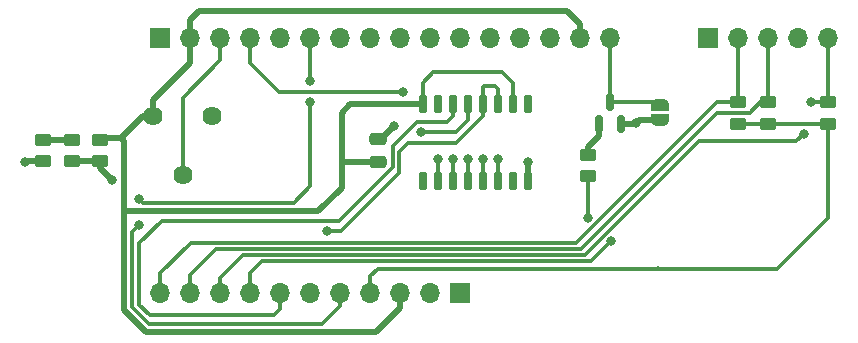
<source format=gtl>
%TF.GenerationSoftware,KiCad,Pcbnew,(6.0.7)*%
%TF.CreationDate,2022-09-26T21:00:32+02:00*%
%TF.ProjectId,LcdResolver,4c636452-6573-46f6-9c76-65722e6b6963,0*%
%TF.SameCoordinates,Original*%
%TF.FileFunction,Copper,L1,Top*%
%TF.FilePolarity,Positive*%
%FSLAX46Y46*%
G04 Gerber Fmt 4.6, Leading zero omitted, Abs format (unit mm)*
G04 Created by KiCad (PCBNEW (6.0.7)) date 2022-09-26 21:00:32*
%MOMM*%
%LPD*%
G01*
G04 APERTURE LIST*
G04 Aperture macros list*
%AMRoundRect*
0 Rectangle with rounded corners*
0 $1 Rounding radius*
0 $2 $3 $4 $5 $6 $7 $8 $9 X,Y pos of 4 corners*
0 Add a 4 corners polygon primitive as box body*
4,1,4,$2,$3,$4,$5,$6,$7,$8,$9,$2,$3,0*
0 Add four circle primitives for the rounded corners*
1,1,$1+$1,$2,$3*
1,1,$1+$1,$4,$5*
1,1,$1+$1,$6,$7*
1,1,$1+$1,$8,$9*
0 Add four rect primitives between the rounded corners*
20,1,$1+$1,$2,$3,$4,$5,0*
20,1,$1+$1,$4,$5,$6,$7,0*
20,1,$1+$1,$6,$7,$8,$9,0*
20,1,$1+$1,$8,$9,$2,$3,0*%
%AMFreePoly0*
4,1,22,0.500000,-0.750000,0.000000,-0.750000,0.000000,-0.745033,-0.079941,-0.743568,-0.215256,-0.701293,-0.333266,-0.622738,-0.424486,-0.514219,-0.481581,-0.384460,-0.499164,-0.250000,-0.500000,-0.250000,-0.500000,0.250000,-0.499164,0.250000,-0.499963,0.256109,-0.478152,0.396186,-0.417904,0.524511,-0.324060,0.630769,-0.204165,0.706417,-0.067858,0.745374,0.000000,0.744959,0.000000,0.750000,
0.500000,0.750000,0.500000,-0.750000,0.500000,-0.750000,$1*%
%AMFreePoly1*
4,1,20,0.000000,0.744959,0.073905,0.744508,0.209726,0.703889,0.328688,0.626782,0.421226,0.519385,0.479903,0.390333,0.500000,0.250000,0.500000,-0.250000,0.499851,-0.262216,0.476331,-0.402017,0.414519,-0.529596,0.319384,-0.634700,0.198574,-0.708877,0.061801,-0.746166,0.000000,-0.745033,0.000000,-0.750000,-0.500000,-0.750000,-0.500000,0.750000,0.000000,0.750000,0.000000,0.744959,
0.000000,0.744959,$1*%
G04 Aperture macros list end*
%TA.AperFunction,SMDPad,CuDef*%
%ADD10RoundRect,0.250000X-0.450000X0.262500X-0.450000X-0.262500X0.450000X-0.262500X0.450000X0.262500X0*%
%TD*%
%TA.AperFunction,ComponentPad*%
%ADD11R,1.700000X1.700000*%
%TD*%
%TA.AperFunction,ComponentPad*%
%ADD12O,1.700000X1.700000*%
%TD*%
%TA.AperFunction,ComponentPad*%
%ADD13C,1.620000*%
%TD*%
%TA.AperFunction,SMDPad,CuDef*%
%ADD14RoundRect,0.150000X0.150000X-0.650000X0.150000X0.650000X-0.150000X0.650000X-0.150000X-0.650000X0*%
%TD*%
%TA.AperFunction,SMDPad,CuDef*%
%ADD15RoundRect,0.250000X0.450000X-0.262500X0.450000X0.262500X-0.450000X0.262500X-0.450000X-0.262500X0*%
%TD*%
%TA.AperFunction,SMDPad,CuDef*%
%ADD16FreePoly0,90.000000*%
%TD*%
%TA.AperFunction,SMDPad,CuDef*%
%ADD17FreePoly1,90.000000*%
%TD*%
%TA.AperFunction,SMDPad,CuDef*%
%ADD18RoundRect,0.150000X0.150000X-0.587500X0.150000X0.587500X-0.150000X0.587500X-0.150000X-0.587500X0*%
%TD*%
%TA.AperFunction,SMDPad,CuDef*%
%ADD19RoundRect,0.250000X0.475000X-0.250000X0.475000X0.250000X-0.475000X0.250000X-0.475000X-0.250000X0*%
%TD*%
%TA.AperFunction,ViaPad*%
%ADD20C,0.800000*%
%TD*%
%TA.AperFunction,Conductor*%
%ADD21C,0.500000*%
%TD*%
%TA.AperFunction,Conductor*%
%ADD22C,0.300000*%
%TD*%
G04 APERTURE END LIST*
D10*
%TO.P,R2,1*%
%TO.N,Resolver_A*%
X167386000Y-90325500D03*
%TO.P,R2,2*%
%TO.N,+3.3V*%
X167386000Y-92150500D03*
%TD*%
D11*
%TO.P,J2,1,Pin_1*%
%TO.N,GND*%
X110871000Y-84888000D03*
D12*
%TO.P,J2,2,Pin_2*%
%TO.N,+5V*%
X113411000Y-84888000D03*
%TO.P,J2,3,Pin_3*%
%TO.N,VO*%
X115951000Y-84888000D03*
%TO.P,J2,4,Pin_4*%
%TO.N,RS*%
X118491000Y-84888000D03*
%TO.P,J2,5,Pin_5*%
%TO.N,GND*%
X121031000Y-84888000D03*
%TO.P,J2,6,Pin_6*%
%TO.N,Enable*%
X123571000Y-84888000D03*
%TO.P,J2,7,Pin_7*%
%TO.N,unconnected-(J2-Pad7)*%
X126111000Y-84888000D03*
%TO.P,J2,8,Pin_8*%
%TO.N,unconnected-(J2-Pad8)*%
X128651000Y-84888000D03*
%TO.P,J2,9,Pin_9*%
%TO.N,unconnected-(J2-Pad9)*%
X131191000Y-84888000D03*
%TO.P,J2,10,Pin_10*%
%TO.N,unconnected-(J2-Pad10)*%
X133731000Y-84888000D03*
%TO.P,J2,11,Pin_11*%
%TO.N,D4*%
X136271000Y-84888000D03*
%TO.P,J2,12,Pin_12*%
%TO.N,D5*%
X138811000Y-84888000D03*
%TO.P,J2,13,Pin_13*%
%TO.N,D6*%
X141351000Y-84888000D03*
%TO.P,J2,14,Pin_14*%
%TO.N,D7*%
X143891000Y-84888000D03*
%TO.P,J2,15,Pin_15*%
%TO.N,+5V*%
X146431000Y-84888000D03*
%TO.P,J2,16,Pin_16*%
%TO.N,Backlight cathode (-)*%
X148971000Y-84888000D03*
%TD*%
D13*
%TO.P,RV1,1,1*%
%TO.N,+5V*%
X110276000Y-91532000D03*
%TO.P,RV1,2,2*%
%TO.N,VO*%
X112776000Y-96532000D03*
%TO.P,RV1,3,3*%
%TO.N,GND*%
X115276000Y-91532000D03*
%TD*%
D14*
%TO.P,U1,1,QB*%
%TO.N,unconnected-(U1-Pad1)*%
X133096000Y-97028000D03*
%TO.P,U1,2,QC*%
%TO.N,RS*%
X134366000Y-97028000D03*
%TO.P,U1,3,QD*%
%TO.N,D4*%
X135636000Y-97028000D03*
%TO.P,U1,4,QE*%
%TO.N,D5*%
X136906000Y-97028000D03*
%TO.P,U1,5,QF*%
%TO.N,D6*%
X138176000Y-97028000D03*
%TO.P,U1,6,QG*%
%TO.N,D7*%
X139446000Y-97028000D03*
%TO.P,U1,7,QH*%
%TO.N,unconnected-(U1-Pad7)*%
X140716000Y-97028000D03*
%TO.P,U1,8,GND*%
%TO.N,GND*%
X141986000Y-97028000D03*
%TO.P,U1,9,QH'*%
%TO.N,unconnected-(U1-Pad9)*%
X141986000Y-90528000D03*
%TO.P,U1,10,~{SRCLR}*%
%TO.N,+5V*%
X140716000Y-90528000D03*
%TO.P,U1,11,SRCLK*%
%TO.N,SPI_CLK*%
X139446000Y-90528000D03*
%TO.P,U1,12,RCLK*%
X138176000Y-90528000D03*
%TO.P,U1,13,~{OE}*%
%TO.N,GND*%
X136906000Y-90528000D03*
%TO.P,U1,14,SER*%
%TO.N,SPI_DATA*%
X135636000Y-90528000D03*
%TO.P,U1,15,QA*%
%TO.N,unconnected-(U1-Pad15)*%
X134366000Y-90528000D03*
%TO.P,U1,16,VCC*%
%TO.N,+5V*%
X133096000Y-90528000D03*
%TD*%
D10*
%TO.P,R6,1*%
%TO.N,Net-(R6-Pad1)*%
X103378000Y-93500500D03*
%TO.P,R6,2*%
%TO.N,VO*%
X103378000Y-95325500D03*
%TD*%
%TO.P,R4,1*%
%TO.N,Resolver_SW*%
X159766000Y-90325500D03*
%TO.P,R4,2*%
%TO.N,+3.3V*%
X159766000Y-92150500D03*
%TD*%
D11*
%TO.P,J1,1,Pin_1*%
%TO.N,GND*%
X136271000Y-106478000D03*
D12*
%TO.P,J1,2,Pin_2*%
X133731000Y-106478000D03*
%TO.P,J1,3,Pin_3*%
%TO.N,+5V*%
X131191000Y-106478000D03*
%TO.P,J1,4,Pin_4*%
%TO.N,+3.3V*%
X128651000Y-106478000D03*
%TO.P,J1,5,Pin_5*%
%TO.N,Enable*%
X126111000Y-106478000D03*
%TO.P,J1,6,Pin_6*%
%TO.N,SPI_CLK*%
X123571000Y-106478000D03*
%TO.P,J1,7,Pin_7*%
%TO.N,SPI_DATA*%
X121031000Y-106478000D03*
%TO.P,J1,8,Pin_8*%
%TO.N,Backlight_On*%
X118491000Y-106478000D03*
%TO.P,J1,9,Pin_9*%
%TO.N,Resolver_A*%
X115951000Y-106478000D03*
%TO.P,J1,10,Pin_10*%
%TO.N,Resolver_B*%
X113411000Y-106478000D03*
%TO.P,J1,11,Pin_11*%
%TO.N,Resolver_SW*%
X110871000Y-106478000D03*
%TD*%
D15*
%TO.P,R7,1*%
%TO.N,GND*%
X100965000Y-95349000D03*
%TO.P,R7,2*%
%TO.N,Net-(R6-Pad1)*%
X100965000Y-93524000D03*
%TD*%
D16*
%TO.P,JP1,1,A*%
%TO.N,GND*%
X153162000Y-91836000D03*
D17*
%TO.P,JP1,2,B*%
%TO.N,Backlight cathode (-)*%
X153162000Y-90536000D03*
%TD*%
D10*
%TO.P,R1,1*%
%TO.N,Net-(Q1-Pad1)*%
X147066000Y-94770500D03*
%TO.P,R1,2*%
%TO.N,Backlight_On*%
X147066000Y-96595500D03*
%TD*%
D11*
%TO.P,J3,1,Pin_1*%
%TO.N,GND*%
X157226000Y-84888000D03*
D12*
%TO.P,J3,2,Pin_2*%
%TO.N,Resolver_SW*%
X159766000Y-84888000D03*
%TO.P,J3,3,Pin_3*%
%TO.N,Resolver_B*%
X162306000Y-84888000D03*
%TO.P,J3,4,Pin_4*%
%TO.N,GND*%
X164846000Y-84888000D03*
%TO.P,J3,5,Pin_5*%
%TO.N,Resolver_A*%
X167386000Y-84888000D03*
%TD*%
D18*
%TO.P,Q1,1,B*%
%TO.N,Net-(Q1-Pad1)*%
X148021000Y-92175500D03*
%TO.P,Q1,2,E*%
%TO.N,GND*%
X149921000Y-92175500D03*
%TO.P,Q1,3,C*%
%TO.N,Backlight cathode (-)*%
X148971000Y-90300500D03*
%TD*%
D10*
%TO.P,R3,1*%
%TO.N,Resolver_B*%
X162306000Y-90325500D03*
%TO.P,R3,2*%
%TO.N,+3.3V*%
X162306000Y-92150500D03*
%TD*%
D15*
%TO.P,R5,1*%
%TO.N,VO*%
X105791000Y-95325500D03*
%TO.P,R5,2*%
%TO.N,+5V*%
X105791000Y-93500500D03*
%TD*%
D19*
%TO.P,C1,1*%
%TO.N,+5V*%
X129286000Y-95363000D03*
%TO.P,C1,2*%
%TO.N,GND*%
X129286000Y-93463000D03*
%TD*%
D20*
%TO.N,Enable*%
X123571000Y-88571000D03*
X123571000Y-90349000D03*
X109093000Y-98552000D03*
X109093000Y-100723500D03*
%TO.N,SPI_CLK*%
X124968000Y-101219000D03*
%TO.N,Backlight_On*%
X147066000Y-100128000D03*
X149056477Y-102118477D03*
%TO.N,Resolver_A*%
X165354000Y-93016000D03*
X165989000Y-90349000D03*
%TO.N,VO*%
X106807000Y-96901000D03*
%TO.N,RS*%
X131445000Y-89460000D03*
X134366000Y-95175000D03*
%TO.N,D4*%
X135636000Y-95175000D03*
%TO.N,D5*%
X136906000Y-95175000D03*
%TO.N,D6*%
X138176000Y-95175000D03*
%TO.N,D7*%
X139446000Y-95175000D03*
%TO.N,GND*%
X99441000Y-95377000D03*
X141986000Y-95429000D03*
X151130000Y-92127000D03*
X132969000Y-92889000D03*
X130683000Y-92329000D03*
%TD*%
D21*
%TO.N,+5V*%
X107858000Y-99585000D02*
X124241000Y-99585000D01*
X146431000Y-83745000D02*
X146431000Y-84888000D01*
X114173000Y-82602000D02*
X145288000Y-82602000D01*
X113411000Y-87047000D02*
X113411000Y-84888000D01*
X107569000Y-93397000D02*
X105894500Y-93397000D01*
X113411000Y-83364000D02*
X114173000Y-82602000D01*
X113411000Y-84888000D02*
X113411000Y-83364000D01*
X126948000Y-90528000D02*
X133096000Y-90528000D01*
X131191000Y-106478000D02*
X131191000Y-107748000D01*
X105894500Y-93397000D02*
X105791000Y-93500500D01*
X126238000Y-95556000D02*
X126365000Y-95429000D01*
X131191000Y-107748000D02*
X129159000Y-109780000D01*
X145288000Y-82602000D02*
X146431000Y-83745000D01*
X126365000Y-95429000D02*
X129220000Y-95429000D01*
D22*
X140716000Y-88698000D02*
X139827000Y-87809000D01*
D21*
X107823000Y-93651000D02*
X107569000Y-93397000D01*
X126238000Y-97588000D02*
X126238000Y-91238000D01*
X129159000Y-109780000D02*
X109693472Y-109780000D01*
D22*
X133096000Y-88698000D02*
X133096000Y-90528000D01*
X133985000Y-87809000D02*
X133096000Y-88698000D01*
D21*
X107823000Y-107909528D02*
X107823000Y-93651000D01*
X126238000Y-91238000D02*
X126948000Y-90528000D01*
X110251000Y-91557000D02*
X110276000Y-91532000D01*
X109434000Y-91532000D02*
X110276000Y-91532000D01*
X129220000Y-95429000D02*
X129286000Y-95363000D01*
X110276000Y-90182000D02*
X113411000Y-87047000D01*
X110276000Y-91532000D02*
X110276000Y-90182000D01*
X124241000Y-99585000D02*
X126238000Y-97588000D01*
D22*
X140716000Y-90528000D02*
X140716000Y-88698000D01*
X139827000Y-87809000D02*
X133985000Y-87809000D01*
D21*
X107569000Y-93397000D02*
X109434000Y-91532000D01*
X109693472Y-109780000D02*
X107823000Y-107909528D01*
D22*
%TO.N,+3.3V*%
X153050000Y-104386000D02*
X153110000Y-104446000D01*
X167386000Y-100128000D02*
X163068000Y-104446000D01*
X128651000Y-105081000D02*
X128651000Y-106478000D01*
X163068000Y-104446000D02*
X153110000Y-104446000D01*
X129286000Y-104446000D02*
X128651000Y-105081000D01*
X167386000Y-92150500D02*
X167386000Y-100128000D01*
X153110000Y-104446000D02*
X129286000Y-104446000D01*
X159766000Y-92150500D02*
X162306000Y-92150500D01*
X162306000Y-92150500D02*
X167386000Y-92150500D01*
%TO.N,Enable*%
X108458000Y-107696000D02*
X109907000Y-109145000D01*
X108458000Y-101358500D02*
X108458000Y-107696000D01*
X122174000Y-98858000D02*
X123571000Y-97461000D01*
X109093000Y-100723500D02*
X108458000Y-101358500D01*
X109399000Y-98858000D02*
X122174000Y-98858000D01*
X123571000Y-88571000D02*
X123571000Y-84888000D01*
X109093000Y-98552000D02*
X109399000Y-98858000D01*
X124587000Y-109145000D02*
X126111000Y-107621000D01*
X109907000Y-109145000D02*
X124587000Y-109145000D01*
X123571000Y-97461000D02*
X123571000Y-90349000D01*
X126111000Y-107621000D02*
X126111000Y-106478000D01*
%TO.N,SPI_CLK*%
X138176000Y-90528000D02*
X138176000Y-91492000D01*
X138176000Y-91492000D02*
X135890000Y-93778000D01*
X138176000Y-89079000D02*
X138303000Y-88952000D01*
X131826000Y-93778000D02*
X131064000Y-94540000D01*
X139446000Y-90528000D02*
X139446000Y-89206000D01*
X135890000Y-93778000D02*
X131826000Y-93778000D01*
X131064000Y-94540000D02*
X131064000Y-96318000D01*
X131064000Y-96318000D02*
X126163000Y-101219000D01*
X139192000Y-88952000D02*
X138303000Y-88952000D01*
X139446000Y-89206000D02*
X139192000Y-88952000D01*
X138176000Y-90528000D02*
X138176000Y-89079000D01*
X126163000Y-101219000D02*
X125095000Y-101219000D01*
%TO.N,SPI_DATA*%
X130556000Y-95810000D02*
X130556000Y-94032000D01*
X125984000Y-100382000D02*
X130556000Y-95810000D01*
X109982000Y-108383000D02*
X109093000Y-107494000D01*
X130556000Y-94032000D02*
X132588000Y-92000000D01*
X110998000Y-100382000D02*
X125984000Y-100382000D01*
X120523000Y-108383000D02*
X109982000Y-108383000D01*
X121031000Y-106478000D02*
X121031000Y-107875000D01*
X135128000Y-92000000D02*
X135636000Y-91492000D01*
X109093000Y-107494000D02*
X109093000Y-102287000D01*
X109093000Y-102287000D02*
X110998000Y-100382000D01*
X135636000Y-91492000D02*
X135636000Y-90528000D01*
X132588000Y-92000000D02*
X135128000Y-92000000D01*
X121031000Y-107875000D02*
X120523000Y-108383000D01*
%TO.N,Backlight_On*%
X149056477Y-102118477D02*
X149012523Y-102118477D01*
X118491000Y-104827000D02*
X118491000Y-106478000D01*
X147066000Y-96595500D02*
X147066000Y-100128000D01*
X149012523Y-102118477D02*
X147320000Y-103811000D01*
X147320000Y-103811000D02*
X119507000Y-103811000D01*
X149066954Y-102108000D02*
X149056477Y-102118477D01*
X119507000Y-103811000D02*
X118491000Y-104827000D01*
%TO.N,Resolver_A*%
X164719000Y-93651000D02*
X156464000Y-93651000D01*
X167386000Y-90325500D02*
X166012500Y-90325500D01*
X156464000Y-93651000D02*
X146812000Y-103303000D01*
X117856000Y-103303000D02*
X115951000Y-105208000D01*
X167386000Y-84888000D02*
X167386000Y-90325500D01*
X166012500Y-90325500D02*
X165989000Y-90349000D01*
X115951000Y-105208000D02*
X115951000Y-106478000D01*
X146812000Y-103303000D02*
X117856000Y-103303000D01*
X165354000Y-93016000D02*
X164719000Y-93651000D01*
%TO.N,Resolver_B*%
X113411000Y-104954000D02*
X115621000Y-102744000D01*
X115621000Y-102744000D02*
X146482000Y-102744000D01*
X161694500Y-90325500D02*
X162306000Y-90325500D01*
X157988000Y-91238000D02*
X160782000Y-91238000D01*
X113411000Y-106478000D02*
X113411000Y-104954000D01*
X162306000Y-84888000D02*
X162306000Y-90325500D01*
X160782000Y-91238000D02*
X161694500Y-90325500D01*
X146482000Y-102744000D02*
X157988000Y-91238000D01*
%TO.N,Resolver_SW*%
X110871000Y-106478000D02*
X110871000Y-104827000D01*
X157988000Y-90349000D02*
X159742500Y-90349000D01*
X159766000Y-84888000D02*
X159766000Y-90325500D01*
X146093000Y-102244000D02*
X157988000Y-90349000D01*
X159742500Y-90349000D02*
X159766000Y-90325500D01*
X113454000Y-102244000D02*
X146093000Y-102244000D01*
X110871000Y-104827000D02*
X113454000Y-102244000D01*
D21*
%TO.N,VO*%
X106807000Y-96901000D02*
X105791000Y-95885000D01*
D22*
X115951000Y-86793000D02*
X115951000Y-84888000D01*
X112776000Y-96532000D02*
X112776000Y-89968000D01*
X112776000Y-89968000D02*
X115951000Y-86793000D01*
D21*
X105791000Y-95885000D02*
X105791000Y-95325500D01*
X103378000Y-95325500D02*
X105791000Y-95325500D01*
D22*
%TO.N,RS*%
X120904000Y-89460000D02*
X118491000Y-87047000D01*
X134366000Y-97028000D02*
X134366000Y-95175000D01*
X118491000Y-87047000D02*
X118491000Y-84888000D01*
X131445000Y-89460000D02*
X120904000Y-89460000D01*
%TO.N,D4*%
X135636000Y-97028000D02*
X135636000Y-95175000D01*
%TO.N,D5*%
X136906000Y-97028000D02*
X136906000Y-95175000D01*
%TO.N,D6*%
X138176000Y-97028000D02*
X138176000Y-95175000D01*
%TO.N,D7*%
X139446000Y-97028000D02*
X139446000Y-95175000D01*
%TO.N,Backlight cathode (-)*%
X152926500Y-90300500D02*
X153162000Y-90536000D01*
X148971000Y-90300500D02*
X152926500Y-90300500D01*
X148971000Y-84888000D02*
X148971000Y-90300500D01*
D21*
%TO.N,Net-(Q1-Pad1)*%
X147066000Y-94159000D02*
X147066000Y-94770500D01*
X148021000Y-92175500D02*
X148021000Y-93204000D01*
X148021000Y-93204000D02*
X147066000Y-94159000D01*
%TO.N,GND*%
X151081500Y-92175500D02*
X151130000Y-92127000D01*
X100965000Y-95349000D02*
X99469000Y-95349000D01*
D22*
X135890000Y-92889000D02*
X132969000Y-92889000D01*
D21*
X129286000Y-93463000D02*
X129549000Y-93463000D01*
X151130000Y-92127000D02*
X151421000Y-91836000D01*
X141986000Y-95429000D02*
X141986000Y-97028000D01*
X149921000Y-92175500D02*
X151081500Y-92175500D01*
X99469000Y-95349000D02*
X99441000Y-95377000D01*
X129549000Y-93463000D02*
X130683000Y-92329000D01*
X151421000Y-91836000D02*
X153162000Y-91836000D01*
D22*
X136906000Y-91873000D02*
X135890000Y-92889000D01*
X136906000Y-90528000D02*
X136906000Y-91873000D01*
D21*
%TO.N,Net-(R6-Pad1)*%
X103378000Y-93500500D02*
X100988500Y-93500500D01*
X100988500Y-93500500D02*
X100965000Y-93524000D01*
%TD*%
M02*

</source>
